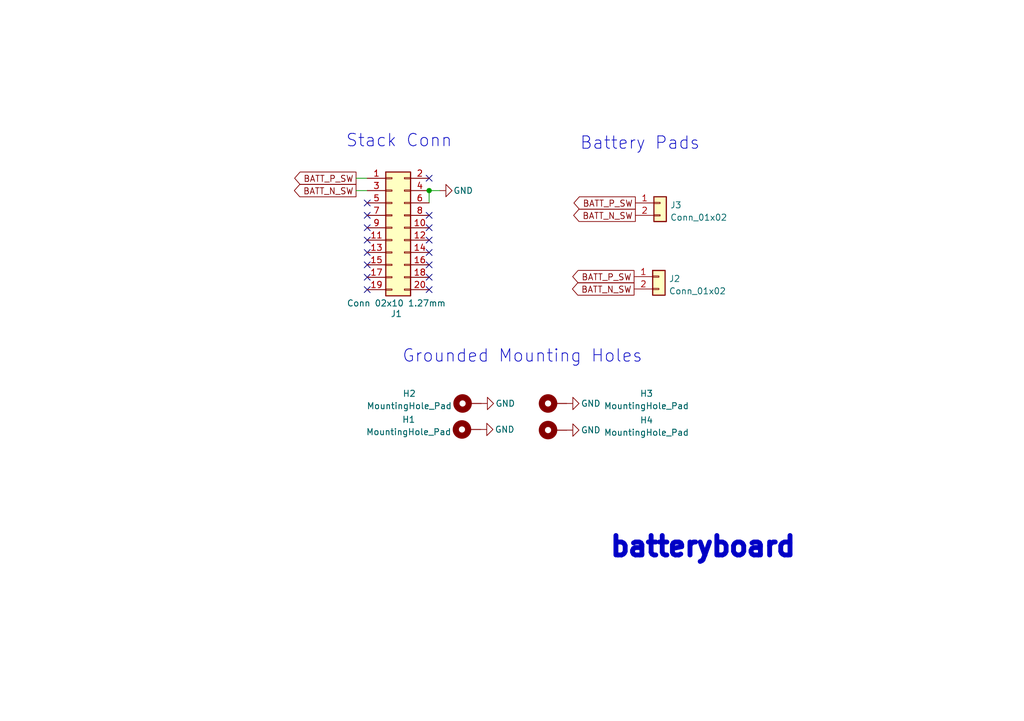
<source format=kicad_sch>
(kicad_sch (version 20211123) (generator eeschema)

  (uuid cc4a9289-e86b-4adc-9840-de6d33438674)

  (paper "A5")

  (title_block
    (title "PyCubed Mini")
    (date "2022-05-24")
    (rev "01")
    (company "RExLab Carnegie Mellon University")
    (comment 1 "N. Khera")
  )

  (lib_symbols
    (symbol "Connector_Generic:Conn_01x02" (pin_names (offset 1.016) hide) (in_bom yes) (on_board yes)
      (property "Reference" "J" (id 0) (at 0 2.54 0)
        (effects (font (size 1.27 1.27)))
      )
      (property "Value" "Conn_01x02" (id 1) (at 0 -5.08 0)
        (effects (font (size 1.27 1.27)))
      )
      (property "Footprint" "" (id 2) (at 0 0 0)
        (effects (font (size 1.27 1.27)) hide)
      )
      (property "Datasheet" "~" (id 3) (at 0 0 0)
        (effects (font (size 1.27 1.27)) hide)
      )
      (property "ki_keywords" "connector" (id 4) (at 0 0 0)
        (effects (font (size 1.27 1.27)) hide)
      )
      (property "ki_description" "Generic connector, single row, 01x02, script generated (kicad-library-utils/schlib/autogen/connector/)" (id 5) (at 0 0 0)
        (effects (font (size 1.27 1.27)) hide)
      )
      (property "ki_fp_filters" "Connector*:*_1x??_*" (id 6) (at 0 0 0)
        (effects (font (size 1.27 1.27)) hide)
      )
      (symbol "Conn_01x02_1_1"
        (rectangle (start -1.27 -2.413) (end 0 -2.667)
          (stroke (width 0.1524) (type default) (color 0 0 0 0))
          (fill (type none))
        )
        (rectangle (start -1.27 0.127) (end 0 -0.127)
          (stroke (width 0.1524) (type default) (color 0 0 0 0))
          (fill (type none))
        )
        (rectangle (start -1.27 1.27) (end 1.27 -3.81)
          (stroke (width 0.254) (type default) (color 0 0 0 0))
          (fill (type background))
        )
        (pin passive line (at -5.08 0 0) (length 3.81)
          (name "Pin_1" (effects (font (size 1.27 1.27))))
          (number "1" (effects (font (size 1.27 1.27))))
        )
        (pin passive line (at -5.08 -2.54 0) (length 3.81)
          (name "Pin_2" (effects (font (size 1.27 1.27))))
          (number "2" (effects (font (size 1.27 1.27))))
        )
      )
    )
    (symbol "Connector_Generic:Conn_02x10_Odd_Even" (pin_names (offset 1.016) hide) (in_bom yes) (on_board yes)
      (property "Reference" "J" (id 0) (at 1.27 12.7 0)
        (effects (font (size 1.27 1.27)))
      )
      (property "Value" "Conn_02x10_Odd_Even" (id 1) (at 1.27 -15.24 0)
        (effects (font (size 1.27 1.27)))
      )
      (property "Footprint" "" (id 2) (at 0 0 0)
        (effects (font (size 1.27 1.27)) hide)
      )
      (property "Datasheet" "~" (id 3) (at 0 0 0)
        (effects (font (size 1.27 1.27)) hide)
      )
      (property "ki_keywords" "connector" (id 4) (at 0 0 0)
        (effects (font (size 1.27 1.27)) hide)
      )
      (property "ki_description" "Generic connector, double row, 02x10, odd/even pin numbering scheme (row 1 odd numbers, row 2 even numbers), script generated (kicad-library-utils/schlib/autogen/connector/)" (id 5) (at 0 0 0)
        (effects (font (size 1.27 1.27)) hide)
      )
      (property "ki_fp_filters" "Connector*:*_2x??_*" (id 6) (at 0 0 0)
        (effects (font (size 1.27 1.27)) hide)
      )
      (symbol "Conn_02x10_Odd_Even_1_1"
        (rectangle (start -1.27 -12.573) (end 0 -12.827)
          (stroke (width 0.1524) (type default) (color 0 0 0 0))
          (fill (type none))
        )
        (rectangle (start -1.27 -10.033) (end 0 -10.287)
          (stroke (width 0.1524) (type default) (color 0 0 0 0))
          (fill (type none))
        )
        (rectangle (start -1.27 -7.493) (end 0 -7.747)
          (stroke (width 0.1524) (type default) (color 0 0 0 0))
          (fill (type none))
        )
        (rectangle (start -1.27 -4.953) (end 0 -5.207)
          (stroke (width 0.1524) (type default) (color 0 0 0 0))
          (fill (type none))
        )
        (rectangle (start -1.27 -2.413) (end 0 -2.667)
          (stroke (width 0.1524) (type default) (color 0 0 0 0))
          (fill (type none))
        )
        (rectangle (start -1.27 0.127) (end 0 -0.127)
          (stroke (width 0.1524) (type default) (color 0 0 0 0))
          (fill (type none))
        )
        (rectangle (start -1.27 2.667) (end 0 2.413)
          (stroke (width 0.1524) (type default) (color 0 0 0 0))
          (fill (type none))
        )
        (rectangle (start -1.27 5.207) (end 0 4.953)
          (stroke (width 0.1524) (type default) (color 0 0 0 0))
          (fill (type none))
        )
        (rectangle (start -1.27 7.747) (end 0 7.493)
          (stroke (width 0.1524) (type default) (color 0 0 0 0))
          (fill (type none))
        )
        (rectangle (start -1.27 10.287) (end 0 10.033)
          (stroke (width 0.1524) (type default) (color 0 0 0 0))
          (fill (type none))
        )
        (rectangle (start -1.27 11.43) (end 3.81 -13.97)
          (stroke (width 0.254) (type default) (color 0 0 0 0))
          (fill (type background))
        )
        (rectangle (start 3.81 -12.573) (end 2.54 -12.827)
          (stroke (width 0.1524) (type default) (color 0 0 0 0))
          (fill (type none))
        )
        (rectangle (start 3.81 -10.033) (end 2.54 -10.287)
          (stroke (width 0.1524) (type default) (color 0 0 0 0))
          (fill (type none))
        )
        (rectangle (start 3.81 -7.493) (end 2.54 -7.747)
          (stroke (width 0.1524) (type default) (color 0 0 0 0))
          (fill (type none))
        )
        (rectangle (start 3.81 -4.953) (end 2.54 -5.207)
          (stroke (width 0.1524) (type default) (color 0 0 0 0))
          (fill (type none))
        )
        (rectangle (start 3.81 -2.413) (end 2.54 -2.667)
          (stroke (width 0.1524) (type default) (color 0 0 0 0))
          (fill (type none))
        )
        (rectangle (start 3.81 0.127) (end 2.54 -0.127)
          (stroke (width 0.1524) (type default) (color 0 0 0 0))
          (fill (type none))
        )
        (rectangle (start 3.81 2.667) (end 2.54 2.413)
          (stroke (width 0.1524) (type default) (color 0 0 0 0))
          (fill (type none))
        )
        (rectangle (start 3.81 5.207) (end 2.54 4.953)
          (stroke (width 0.1524) (type default) (color 0 0 0 0))
          (fill (type none))
        )
        (rectangle (start 3.81 7.747) (end 2.54 7.493)
          (stroke (width 0.1524) (type default) (color 0 0 0 0))
          (fill (type none))
        )
        (rectangle (start 3.81 10.287) (end 2.54 10.033)
          (stroke (width 0.1524) (type default) (color 0 0 0 0))
          (fill (type none))
        )
        (pin passive line (at -5.08 10.16 0) (length 3.81)
          (name "Pin_1" (effects (font (size 1.27 1.27))))
          (number "1" (effects (font (size 1.27 1.27))))
        )
        (pin passive line (at 7.62 0 180) (length 3.81)
          (name "Pin_10" (effects (font (size 1.27 1.27))))
          (number "10" (effects (font (size 1.27 1.27))))
        )
        (pin passive line (at -5.08 -2.54 0) (length 3.81)
          (name "Pin_11" (effects (font (size 1.27 1.27))))
          (number "11" (effects (font (size 1.27 1.27))))
        )
        (pin passive line (at 7.62 -2.54 180) (length 3.81)
          (name "Pin_12" (effects (font (size 1.27 1.27))))
          (number "12" (effects (font (size 1.27 1.27))))
        )
        (pin passive line (at -5.08 -5.08 0) (length 3.81)
          (name "Pin_13" (effects (font (size 1.27 1.27))))
          (number "13" (effects (font (size 1.27 1.27))))
        )
        (pin passive line (at 7.62 -5.08 180) (length 3.81)
          (name "Pin_14" (effects (font (size 1.27 1.27))))
          (number "14" (effects (font (size 1.27 1.27))))
        )
        (pin passive line (at -5.08 -7.62 0) (length 3.81)
          (name "Pin_15" (effects (font (size 1.27 1.27))))
          (number "15" (effects (font (size 1.27 1.27))))
        )
        (pin passive line (at 7.62 -7.62 180) (length 3.81)
          (name "Pin_16" (effects (font (size 1.27 1.27))))
          (number "16" (effects (font (size 1.27 1.27))))
        )
        (pin passive line (at -5.08 -10.16 0) (length 3.81)
          (name "Pin_17" (effects (font (size 1.27 1.27))))
          (number "17" (effects (font (size 1.27 1.27))))
        )
        (pin passive line (at 7.62 -10.16 180) (length 3.81)
          (name "Pin_18" (effects (font (size 1.27 1.27))))
          (number "18" (effects (font (size 1.27 1.27))))
        )
        (pin passive line (at -5.08 -12.7 0) (length 3.81)
          (name "Pin_19" (effects (font (size 1.27 1.27))))
          (number "19" (effects (font (size 1.27 1.27))))
        )
        (pin passive line (at 7.62 10.16 180) (length 3.81)
          (name "Pin_2" (effects (font (size 1.27 1.27))))
          (number "2" (effects (font (size 1.27 1.27))))
        )
        (pin passive line (at 7.62 -12.7 180) (length 3.81)
          (name "Pin_20" (effects (font (size 1.27 1.27))))
          (number "20" (effects (font (size 1.27 1.27))))
        )
        (pin passive line (at -5.08 7.62 0) (length 3.81)
          (name "Pin_3" (effects (font (size 1.27 1.27))))
          (number "3" (effects (font (size 1.27 1.27))))
        )
        (pin passive line (at 7.62 7.62 180) (length 3.81)
          (name "Pin_4" (effects (font (size 1.27 1.27))))
          (number "4" (effects (font (size 1.27 1.27))))
        )
        (pin passive line (at -5.08 5.08 0) (length 3.81)
          (name "Pin_5" (effects (font (size 1.27 1.27))))
          (number "5" (effects (font (size 1.27 1.27))))
        )
        (pin passive line (at 7.62 5.08 180) (length 3.81)
          (name "Pin_6" (effects (font (size 1.27 1.27))))
          (number "6" (effects (font (size 1.27 1.27))))
        )
        (pin passive line (at -5.08 2.54 0) (length 3.81)
          (name "Pin_7" (effects (font (size 1.27 1.27))))
          (number "7" (effects (font (size 1.27 1.27))))
        )
        (pin passive line (at 7.62 2.54 180) (length 3.81)
          (name "Pin_8" (effects (font (size 1.27 1.27))))
          (number "8" (effects (font (size 1.27 1.27))))
        )
        (pin passive line (at -5.08 0 0) (length 3.81)
          (name "Pin_9" (effects (font (size 1.27 1.27))))
          (number "9" (effects (font (size 1.27 1.27))))
        )
      )
    )
    (symbol "Mechanical:MountingHole_Pad" (pin_numbers hide) (pin_names (offset 1.016) hide) (in_bom yes) (on_board yes)
      (property "Reference" "H" (id 0) (at 0 6.35 0)
        (effects (font (size 1.27 1.27)))
      )
      (property "Value" "MountingHole_Pad" (id 1) (at 0 4.445 0)
        (effects (font (size 1.27 1.27)))
      )
      (property "Footprint" "" (id 2) (at 0 0 0)
        (effects (font (size 1.27 1.27)) hide)
      )
      (property "Datasheet" "~" (id 3) (at 0 0 0)
        (effects (font (size 1.27 1.27)) hide)
      )
      (property "ki_keywords" "mounting hole" (id 4) (at 0 0 0)
        (effects (font (size 1.27 1.27)) hide)
      )
      (property "ki_description" "Mounting Hole with connection" (id 5) (at 0 0 0)
        (effects (font (size 1.27 1.27)) hide)
      )
      (property "ki_fp_filters" "MountingHole*Pad*" (id 6) (at 0 0 0)
        (effects (font (size 1.27 1.27)) hide)
      )
      (symbol "MountingHole_Pad_0_1"
        (circle (center 0 1.27) (radius 1.27)
          (stroke (width 1.27) (type default) (color 0 0 0 0))
          (fill (type none))
        )
      )
      (symbol "MountingHole_Pad_1_1"
        (pin input line (at 0 -2.54 90) (length 2.54)
          (name "1" (effects (font (size 1.27 1.27))))
          (number "1" (effects (font (size 1.27 1.27))))
        )
      )
    )
    (symbol "power:GND" (power) (pin_names (offset 0)) (in_bom yes) (on_board yes)
      (property "Reference" "#PWR" (id 0) (at 0 -6.35 0)
        (effects (font (size 1.27 1.27)) hide)
      )
      (property "Value" "GND" (id 1) (at 0 -3.81 0)
        (effects (font (size 1.27 1.27)))
      )
      (property "Footprint" "" (id 2) (at 0 0 0)
        (effects (font (size 1.27 1.27)) hide)
      )
      (property "Datasheet" "" (id 3) (at 0 0 0)
        (effects (font (size 1.27 1.27)) hide)
      )
      (property "ki_keywords" "power-flag" (id 4) (at 0 0 0)
        (effects (font (size 1.27 1.27)) hide)
      )
      (property "ki_description" "Power symbol creates a global label with name \"GND\" , ground" (id 5) (at 0 0 0)
        (effects (font (size 1.27 1.27)) hide)
      )
      (symbol "GND_0_1"
        (polyline
          (pts
            (xy 0 0)
            (xy 0 -1.27)
            (xy 1.27 -1.27)
            (xy 0 -2.54)
            (xy -1.27 -1.27)
            (xy 0 -1.27)
          )
          (stroke (width 0) (type default) (color 0 0 0 0))
          (fill (type none))
        )
      )
      (symbol "GND_1_1"
        (pin power_in line (at 0 0 270) (length 0) hide
          (name "GND" (effects (font (size 1.27 1.27))))
          (number "1" (effects (font (size 1.27 1.27))))
        )
      )
    )
  )

  (junction (at 88.011 39.116) (diameter 0) (color 0 0 0 0)
    (uuid 5da8fc6c-17c2-459a-ba74-7a2317b08e47)
  )

  (no_connect (at 88.011 54.356) (uuid 14953340-943e-442c-baee-2230f33970dd))
  (no_connect (at 88.011 44.196) (uuid 4ef25319-d50d-477f-a1f1-6816d7d381fa))
  (no_connect (at 88.011 56.896) (uuid 61b2ea60-fe59-46f8-8cda-b83c48582ce5))
  (no_connect (at 88.011 51.816) (uuid 631b8d77-7cd6-43b8-8b8e-27bdaf8e38df))
  (no_connect (at 75.311 59.436) (uuid 8e5fcf76-81fe-4c8a-88f7-24cf0e0c3606))
  (no_connect (at 75.311 41.656) (uuid 8e5fcf76-81fe-4c8a-88f7-24cf0e0c3607))
  (no_connect (at 75.311 46.736) (uuid 8e5fcf76-81fe-4c8a-88f7-24cf0e0c3608))
  (no_connect (at 75.311 44.196) (uuid 8e5fcf76-81fe-4c8a-88f7-24cf0e0c3609))
  (no_connect (at 88.011 36.576) (uuid 8e5fcf76-81fe-4c8a-88f7-24cf0e0c360a))
  (no_connect (at 75.311 49.276) (uuid 8e5fcf76-81fe-4c8a-88f7-24cf0e0c360b))
  (no_connect (at 75.311 51.816) (uuid 8e5fcf76-81fe-4c8a-88f7-24cf0e0c360c))
  (no_connect (at 75.311 54.356) (uuid 8e5fcf76-81fe-4c8a-88f7-24cf0e0c360d))
  (no_connect (at 75.311 56.896) (uuid 8e5fcf76-81fe-4c8a-88f7-24cf0e0c360e))
  (no_connect (at 88.011 49.276) (uuid 985637e3-8179-4147-a181-dc641f8e7149))
  (no_connect (at 88.011 59.436) (uuid ab82467c-5295-4f0c-bd15-9fc09624cfa8))
  (no_connect (at 88.011 46.736) (uuid c7efe0fe-0ba2-4d84-8ebb-526b3adbfa93))

  (wire (pts (xy 73.025 36.576) (xy 75.311 36.576))
    (stroke (width 0) (type default) (color 0 0 0 0))
    (uuid 1bf3d442-27c4-4a5f-972f-286c753fb42e)
  )
  (wire (pts (xy 88.011 39.116) (xy 88.011 41.656))
    (stroke (width 0) (type default) (color 0 0 0 0))
    (uuid 4afd7d91-e580-4acf-afdf-fcc8c06d253d)
  )
  (wire (pts (xy 75.311 39.116) (xy 73.025 39.116))
    (stroke (width 0) (type default) (color 0 0 0 0))
    (uuid 7b610069-5e88-49ea-92bd-4b094511936d)
  )
  (wire (pts (xy 88.011 39.116) (xy 90.17 39.116))
    (stroke (width 0) (type default) (color 0 0 0 0))
    (uuid 9cdc903a-7b3a-43a2-bff7-732df812eb6c)
  )

  (text "Stack Conn" (at 70.866 30.48 0)
    (effects (font (size 2.54 2.54)) (justify left bottom))
    (uuid 5c26dd20-f029-4d97-97cf-a934358d8351)
  )
  (text "Grounded Mounting Holes" (at 82.423 74.676 0)
    (effects (font (size 2.54 2.54)) (justify left bottom))
    (uuid 7545dc91-5535-44d0-aaf6-c157076e6308)
  )
  (text "batteryboard" (at 124.714 114.681 0)
    (effects (font (size 3.9878 3.9878) (thickness 1.016) bold) (justify left bottom))
    (uuid 8d9e6e47-d918-4bbc-934f-f54ce4c50d5a)
  )
  (text "Battery Pads" (at 118.872 30.988 0)
    (effects (font (size 2.54 2.54)) (justify left bottom))
    (uuid fa47e993-446b-40c8-bbbf-9c73fb7ef857)
  )

  (global_label "BATT_P_SW" (shape output) (at 130.048 56.769 180) (fields_autoplaced)
    (effects (font (size 1.27 1.27)) (justify right))
    (uuid 02ba14ff-685c-4aec-b4a1-b71b23d580ee)
    (property "Intersheet References" "${INTERSHEET_REFS}" (id 0) (at 117.5638 56.6896 0)
      (effects (font (size 1.27 1.27)) (justify right) hide)
    )
  )
  (global_label "BATT_P_SW" (shape output) (at 73.025 36.576 180) (fields_autoplaced)
    (effects (font (size 1.27 1.27)) (justify right))
    (uuid 33c96ed7-3434-44fe-bab0-cc1066450f5d)
    (property "Intersheet References" "${INTERSHEET_REFS}" (id 0) (at 60.5408 36.4966 0)
      (effects (font (size 1.27 1.27)) (justify right) hide)
    )
  )
  (global_label "BATT_N_SW" (shape output) (at 130.302 44.196 180) (fields_autoplaced)
    (effects (font (size 1.27 1.27)) (justify right))
    (uuid 6b39e439-00ab-47c8-92f5-6ccd5796bfdb)
    (property "Intersheet References" "${INTERSHEET_REFS}" (id 0) (at 117.7573 44.2754 0)
      (effects (font (size 1.27 1.27)) (justify right) hide)
    )
  )
  (global_label "BATT_P_SW" (shape output) (at 130.302 41.656 180) (fields_autoplaced)
    (effects (font (size 1.27 1.27)) (justify right))
    (uuid 9ed20284-af1b-4673-bc4d-606a0bd0f0d3)
    (property "Intersheet References" "${INTERSHEET_REFS}" (id 0) (at 117.8178 41.5766 0)
      (effects (font (size 1.27 1.27)) (justify right) hide)
    )
  )
  (global_label "BATT_N_SW" (shape output) (at 73.025 39.116 180) (fields_autoplaced)
    (effects (font (size 1.27 1.27)) (justify right))
    (uuid a1e74619-fc8f-421c-aa5d-1b0b5d5144d8)
    (property "Intersheet References" "${INTERSHEET_REFS}" (id 0) (at 60.4803 39.1954 0)
      (effects (font (size 1.27 1.27)) (justify right) hide)
    )
  )
  (global_label "BATT_N_SW" (shape output) (at 130.048 59.309 180) (fields_autoplaced)
    (effects (font (size 1.27 1.27)) (justify right))
    (uuid a6c22f70-bbbb-4b5e-acb0-7dc8cc3f9f6e)
    (property "Intersheet References" "${INTERSHEET_REFS}" (id 0) (at 117.5033 59.3884 0)
      (effects (font (size 1.27 1.27)) (justify right) hide)
    )
  )

  (symbol (lib_id "power:GND") (at 98.552 88.138 90) (unit 1)
    (in_bom yes) (on_board yes)
    (uuid 2fe92f9b-1b9b-45dd-9da3-1e9c40e3854f)
    (property "Reference" "#PWR0103" (id 0) (at 104.902 88.138 0)
      (effects (font (size 1.27 1.27)) hide)
    )
    (property "Value" "GND" (id 1) (at 103.505 88.138 90))
    (property "Footprint" "" (id 2) (at 98.552 88.138 0)
      (effects (font (size 1.27 1.27)) hide)
    )
    (property "Datasheet" "" (id 3) (at 98.552 88.138 0)
      (effects (font (size 1.27 1.27)) hide)
    )
    (pin "1" (uuid fe2ee88a-1e6c-402e-9cf2-c8fb3a544824))
  )

  (symbol (lib_id "Connector_Generic:Conn_02x10_Odd_Even") (at 80.391 46.736 0) (unit 1)
    (in_bom yes) (on_board yes)
    (uuid 4f375795-8e12-4d23-a2ab-252af67a66b2)
    (property "Reference" "J1" (id 0) (at 81.28 64.389 0))
    (property "Value" "Conn 02x10 1.27mm" (id 1) (at 81.28 62.23 0))
    (property "Footprint" "Connector_PinHeader_1.27mm:PinHeader_2x10_P1.27mm_Vertical" (id 2) (at 80.391 46.736 0)
      (effects (font (size 1.27 1.27)) hide)
    )
    (property "Datasheet" "~" (id 3) (at 80.391 46.736 0)
      (effects (font (size 1.27 1.27)) hide)
    )
    (pin "1" (uuid 2a2c327f-4a66-4e96-9f6e-0aa0764b6518))
    (pin "10" (uuid b7216790-4d37-47ec-a05c-9b7f03289dcb))
    (pin "11" (uuid 9143d3d5-a50a-44da-b9e5-5e7b33419dad))
    (pin "12" (uuid 45c14bf8-424a-4ab6-8927-3dfd4ab909c4))
    (pin "13" (uuid c8bc84f1-b4d9-43e4-8bbe-b4c80439064c))
    (pin "14" (uuid 765192fc-2023-45d0-8812-5bafe9f893e4))
    (pin "15" (uuid 9fde7105-cda8-4423-8f9a-38a1fe4a900a))
    (pin "16" (uuid 14bb2fd5-649a-49e9-8201-77c56ce5623b))
    (pin "17" (uuid 2e4bf29d-34e2-4abf-ac2f-b2aec7ba7ea6))
    (pin "18" (uuid 365aa5e8-c6f2-47ea-a856-f778e3465448))
    (pin "19" (uuid 9a811a31-9c26-4d84-91ed-9717f7afd357))
    (pin "2" (uuid c918cda2-b966-4365-9948-68824a565a8a))
    (pin "20" (uuid 97c19f52-d840-42f8-addb-9d5ca23d47cf))
    (pin "3" (uuid 7494c739-e475-46d2-8edc-00e2f7d001fb))
    (pin "4" (uuid 7190227a-83d2-4687-b8ff-7799eef3ab4c))
    (pin "5" (uuid 1361074f-fea8-4a41-87df-b1d61bd4a593))
    (pin "6" (uuid 1d9a48bf-5869-4fa0-adfd-7638064b6321))
    (pin "7" (uuid 300c0a53-24e2-4217-a527-ca1ca495ea70))
    (pin "8" (uuid 54618c9f-0fd5-4ede-8a78-dc6f38aa5efa))
    (pin "9" (uuid 516ab279-1f0e-44d0-ad75-dad10335c5bf))
  )

  (symbol (lib_id "Mechanical:MountingHole_Pad") (at 96.012 88.138 90) (unit 1)
    (in_bom yes) (on_board yes)
    (uuid 5a4e0212-db20-4e54-af24-453bc0252d21)
    (property "Reference" "H1" (id 0) (at 83.82 86.106 90))
    (property "Value" "MountingHole_Pad" (id 1) (at 83.82 88.6429 90))
    (property "Footprint" "mainboard:MountingHole" (id 2) (at 96.012 88.138 0)
      (effects (font (size 1.27 1.27)) hide)
    )
    (property "Datasheet" "~" (id 3) (at 96.012 88.138 0)
      (effects (font (size 1.27 1.27)) hide)
    )
    (pin "1" (uuid b6ae1bb2-1bea-4e67-b9a8-257b5a70235b))
  )

  (symbol (lib_id "Mechanical:MountingHole_Pad") (at 113.665 82.804 90) (unit 1)
    (in_bom yes) (on_board yes)
    (uuid 7d973a53-3bcb-426a-bc8e-debe3534d81b)
    (property "Reference" "H3" (id 0) (at 132.588 80.772 90))
    (property "Value" "MountingHole_Pad" (id 1) (at 132.588 83.3089 90))
    (property "Footprint" "mainboard:MountingHole" (id 2) (at 113.665 82.804 0)
      (effects (font (size 1.27 1.27)) hide)
    )
    (property "Datasheet" "~" (id 3) (at 113.665 82.804 0)
      (effects (font (size 1.27 1.27)) hide)
    )
    (pin "1" (uuid a3470dc5-276b-4f5d-b413-faf3bdc72bcf))
  )

  (symbol (lib_id "Mechanical:MountingHole_Pad") (at 113.665 88.265 90) (unit 1)
    (in_bom yes) (on_board yes)
    (uuid 9d150d95-1436-4e69-99e3-f6d7d9fa870d)
    (property "Reference" "H4" (id 0) (at 132.588 86.233 90))
    (property "Value" "MountingHole_Pad" (id 1) (at 132.588 88.7699 90))
    (property "Footprint" "mainboard:MountingHole" (id 2) (at 113.665 88.265 0)
      (effects (font (size 1.27 1.27)) hide)
    )
    (property "Datasheet" "~" (id 3) (at 113.665 88.265 0)
      (effects (font (size 1.27 1.27)) hide)
    )
    (pin "1" (uuid 51630e57-df5e-46f7-b7eb-86f5d6dec962))
  )

  (symbol (lib_id "power:GND") (at 90.17 39.116 90) (unit 1)
    (in_bom yes) (on_board yes)
    (uuid a9ae9040-cf26-4444-9941-bd112415e4ce)
    (property "Reference" "#PWR0101" (id 0) (at 96.52 39.116 0)
      (effects (font (size 1.27 1.27)) hide)
    )
    (property "Value" "GND" (id 1) (at 94.996 39.116 90))
    (property "Footprint" "" (id 2) (at 90.17 39.116 0)
      (effects (font (size 1.27 1.27)) hide)
    )
    (property "Datasheet" "" (id 3) (at 90.17 39.116 0)
      (effects (font (size 1.27 1.27)) hide)
    )
    (pin "1" (uuid f2d16155-9bca-41d0-94ba-01013dc886a4))
  )

  (symbol (lib_id "Mechanical:MountingHole_Pad") (at 96.139 82.804 90) (unit 1)
    (in_bom yes) (on_board yes)
    (uuid b7d85c7b-5a18-4608-b3af-6f1c130c7e27)
    (property "Reference" "H2" (id 0) (at 83.947 80.7751 90))
    (property "Value" "MountingHole_Pad" (id 1) (at 83.947 83.312 90))
    (property "Footprint" "mainboard:MountingHole" (id 2) (at 96.139 82.804 0)
      (effects (font (size 1.27 1.27)) hide)
    )
    (property "Datasheet" "~" (id 3) (at 96.139 82.804 0)
      (effects (font (size 1.27 1.27)) hide)
    )
    (pin "1" (uuid 7e9ca2fe-7bf9-4477-a3fc-2586614a09b0))
  )

  (symbol (lib_id "power:GND") (at 116.205 82.804 90) (unit 1)
    (in_bom yes) (on_board yes)
    (uuid c731c276-2bc0-4000-8824-a0ab5535e135)
    (property "Reference" "#PWR0105" (id 0) (at 122.555 82.804 0)
      (effects (font (size 1.27 1.27)) hide)
    )
    (property "Value" "GND" (id 1) (at 121.158 82.804 90))
    (property "Footprint" "" (id 2) (at 116.205 82.804 0)
      (effects (font (size 1.27 1.27)) hide)
    )
    (property "Datasheet" "" (id 3) (at 116.205 82.804 0)
      (effects (font (size 1.27 1.27)) hide)
    )
    (pin "1" (uuid d6fcb0f6-fc83-42f4-9588-311f49d545d7))
  )

  (symbol (lib_id "Connector_Generic:Conn_01x02") (at 135.382 41.656 0) (unit 1)
    (in_bom yes) (on_board yes) (fields_autoplaced)
    (uuid ca9c3378-5a85-4a48-b004-e9eada96d421)
    (property "Reference" "J3" (id 0) (at 137.414 42.0913 0)
      (effects (font (size 1.27 1.27)) (justify left))
    )
    (property "Value" "Conn_01x02" (id 1) (at 137.414 44.6282 0)
      (effects (font (size 1.27 1.27)) (justify left))
    )
    (property "Footprint" "batteryboard:Battery Pads" (id 2) (at 135.382 41.656 0)
      (effects (font (size 1.27 1.27)) hide)
    )
    (property "Datasheet" "~" (id 3) (at 135.382 41.656 0)
      (effects (font (size 1.27 1.27)) hide)
    )
    (pin "1" (uuid ba519107-9f8c-4ded-9cf2-ace94ba6431d))
    (pin "2" (uuid 98f180d2-41fc-4a95-98c3-8274d8aeed92))
  )

  (symbol (lib_id "power:GND") (at 116.205 88.265 90) (unit 1)
    (in_bom yes) (on_board yes)
    (uuid d15a0174-31d8-4a1d-b5a2-e28eeb78d11e)
    (property "Reference" "#PWR0106" (id 0) (at 122.555 88.265 0)
      (effects (font (size 1.27 1.27)) hide)
    )
    (property "Value" "GND" (id 1) (at 121.158 88.265 90))
    (property "Footprint" "" (id 2) (at 116.205 88.265 0)
      (effects (font (size 1.27 1.27)) hide)
    )
    (property "Datasheet" "" (id 3) (at 116.205 88.265 0)
      (effects (font (size 1.27 1.27)) hide)
    )
    (pin "1" (uuid 8ca26d17-35bf-49a1-9dcf-34de74c8f008))
  )

  (symbol (lib_id "power:GND") (at 98.679 82.804 90) (unit 1)
    (in_bom yes) (on_board yes)
    (uuid db3b0fe0-59e9-424c-97c0-3da00960bd3f)
    (property "Reference" "#PWR0102" (id 0) (at 105.029 82.804 0)
      (effects (font (size 1.27 1.27)) hide)
    )
    (property "Value" "GND" (id 1) (at 103.632 82.804 90))
    (property "Footprint" "" (id 2) (at 98.679 82.804 0)
      (effects (font (size 1.27 1.27)) hide)
    )
    (property "Datasheet" "" (id 3) (at 98.679 82.804 0)
      (effects (font (size 1.27 1.27)) hide)
    )
    (pin "1" (uuid b10d2ae8-7638-47d9-9d9f-bd1791d7a1b0))
  )

  (symbol (lib_id "Connector_Generic:Conn_01x02") (at 135.128 56.769 0) (unit 1)
    (in_bom yes) (on_board yes) (fields_autoplaced)
    (uuid ec4bc908-aaa7-48e1-8392-751477465b2b)
    (property "Reference" "J2" (id 0) (at 137.16 57.2043 0)
      (effects (font (size 1.27 1.27)) (justify left))
    )
    (property "Value" "Conn_01x02" (id 1) (at 137.16 59.7412 0)
      (effects (font (size 1.27 1.27)) (justify left))
    )
    (property "Footprint" "batteryboard:Battery Pads" (id 2) (at 135.128 56.769 0)
      (effects (font (size 1.27 1.27)) hide)
    )
    (property "Datasheet" "~" (id 3) (at 135.128 56.769 0)
      (effects (font (size 1.27 1.27)) hide)
    )
    (pin "1" (uuid ec7515c5-f043-425d-90fa-444729c62d92))
    (pin "2" (uuid 4aeb828d-3b65-4ee0-924f-7c825887cce8))
  )

  (sheet_instances
    (path "/" (page "1"))
  )

  (symbol_instances
    (path "/a9ae9040-cf26-4444-9941-bd112415e4ce"
      (reference "#PWR0101") (unit 1) (value "GND") (footprint "")
    )
    (path "/db3b0fe0-59e9-424c-97c0-3da00960bd3f"
      (reference "#PWR0102") (unit 1) (value "GND") (footprint "")
    )
    (path "/2fe92f9b-1b9b-45dd-9da3-1e9c40e3854f"
      (reference "#PWR0103") (unit 1) (value "GND") (footprint "")
    )
    (path "/c731c276-2bc0-4000-8824-a0ab5535e135"
      (reference "#PWR0105") (unit 1) (value "GND") (footprint "")
    )
    (path "/d15a0174-31d8-4a1d-b5a2-e28eeb78d11e"
      (reference "#PWR0106") (unit 1) (value "GND") (footprint "")
    )
    (path "/5a4e0212-db20-4e54-af24-453bc0252d21"
      (reference "H1") (unit 1) (value "MountingHole_Pad") (footprint "mainboard:MountingHole")
    )
    (path "/b7d85c7b-5a18-4608-b3af-6f1c130c7e27"
      (reference "H2") (unit 1) (value "MountingHole_Pad") (footprint "mainboard:MountingHole")
    )
    (path "/7d973a53-3bcb-426a-bc8e-debe3534d81b"
      (reference "H3") (unit 1) (value "MountingHole_Pad") (footprint "mainboard:MountingHole")
    )
    (path "/9d150d95-1436-4e69-99e3-f6d7d9fa870d"
      (reference "H4") (unit 1) (value "MountingHole_Pad") (footprint "mainboard:MountingHole")
    )
    (path "/4f375795-8e12-4d23-a2ab-252af67a66b2"
      (reference "J1") (unit 1) (value "Conn 02x10 1.27mm") (footprint "Connector_PinHeader_1.27mm:PinHeader_2x10_P1.27mm_Vertical")
    )
    (path "/ec4bc908-aaa7-48e1-8392-751477465b2b"
      (reference "J2") (unit 1) (value "Conn_01x02") (footprint "batteryboard:Battery Pads")
    )
    (path "/ca9c3378-5a85-4a48-b004-e9eada96d421"
      (reference "J3") (unit 1) (value "Conn_01x02") (footprint "batteryboard:Battery Pads")
    )
  )
)

</source>
